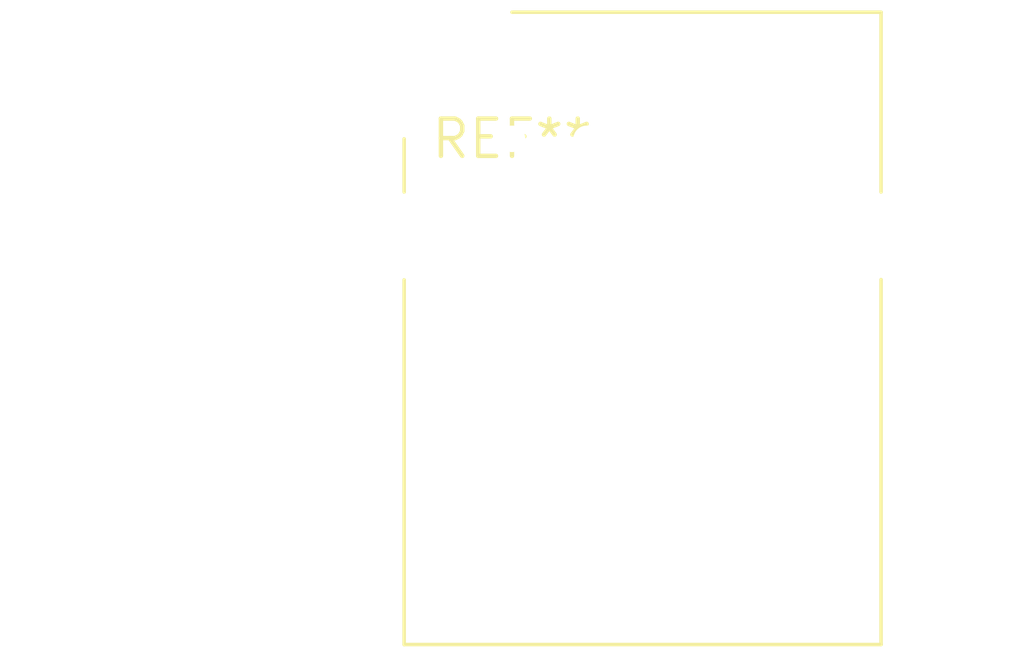
<source format=kicad_pcb>
(kicad_pcb (version 20240108) (generator pcbnew)
  (layers (0 "F.Cu" signal) (31 "B.Cu" signal) (34 "B.Paste" user) (35 "F.Paste" user) (36 "B.SilkS" user "B.Silkscreen") (37 "F.SilkS" user "F.Silkscreen") (38 "B.Mask" user) (39 "F.Mask" user) (44 "Edge.Cuts" user))
  (net 0 "")
  (footprint "RJ45_Cetus_J1B1211CCD_Horizontal" (layer "F.Cu") (at 0 0)
    (property "Reference" "REF**")
    (property "Value" "RJ45_Cetus_J1B1211CCD_Horizontal")
    (fp_line (start -3.67 0) (end -3.67 1.81) (layer "F.SilkS") (stroke (width 0.12)))
    (fp_line (start -3.67 4.8) (end -3.67 17.21) (layer "F.SilkS") (stroke (width 0.12)))
    (fp_line (start 0 -4.31) (end 12.56 -4.31) (layer "F.SilkS") (stroke (width 0.12)))
    (fp_line (start 12.56 -4.31) (end 12.56 1.81) (layer "F.SilkS") (stroke (width 0.12)))
    (fp_line (start 12.56 4.79) (end 12.56 17.21) (layer "F.SilkS") (stroke (width 0.12)))
    (fp_line (start 12.56 17.21) (end -3.67 17.21) (layer "F.SilkS") (stroke (width 0.12)))
    (pad "" np_thru_hole circle (at -1.27 6.35) (size 3.25 3.25) (drill 3.25) (layers *.Cu *.Mask))
    (pad "" np_thru_hole circle (at 10.16 6.35) (size 3.25 3.25) (drill 3.25) (layers *.Cu *.Mask))
    (pad "1" thru_hole roundrect (at 0 0) (size 1.5 1.5) (drill 0.9) (layers *.Cu *.Mask) (remove_unused_layers) (roundrect_rratio 0.167))
    (pad "2" thru_hole circle (at 1.27 -2.54) (size 1.5 1.5) (drill 0.9) (layers *.Cu *.Mask) (remove_unused_layers))
    (pad "3" thru_hole circle (at 2.54 0) (size 1.5 1.5) (drill 0.9) (layers *.Cu *.Mask) (remove_unused_layers))
    (pad "4" thru_hole circle (at 3.81 -2.54) (size 1.5 1.5) (drill 0.9) (layers *.Cu *.Mask) (remove_unused_layers))
    (pad "5" thru_hole circle (at 5.08 0) (size 1.5 1.5) (drill 0.9) (layers *.Cu *.Mask) (remove_unused_layers))
    (pad "6" thru_hole circle (at 6.35 -2.54) (size 1.5 1.5) (drill 0.9) (layers *.Cu *.Mask) (remove_unused_layers))
    (pad "7" thru_hole circle (at 7.62 0) (size 1.5 1.5) (drill 0.9) (layers *.Cu *.Mask) (remove_unused_layers))
    (pad "8" thru_hole circle (at 8.89 -2.54) (size 1.5 1.5) (drill 0.9) (layers *.Cu *.Mask) (remove_unused_layers))
    (pad "9" thru_hole circle (at -1.88 11.43) (size 1.5 1.5) (drill 1.02) (layers *.Cu *.Mask) (remove_unused_layers))
    (pad "10" thru_hole circle (at 0.66 9.73) (size 1.5 1.5) (drill 1.02) (layers *.Cu *.Mask) (remove_unused_layers))
    (pad "11" thru_hole circle (at 8.23 11.43) (size 1.5 1.5) (drill 1.02) (layers *.Cu *.Mask) (remove_unused_layers))
    (pad "12" thru_hole circle (at 10.77 9.73) (size 1.5 1.5) (drill 1.02) (layers *.Cu *.Mask) (remove_unused_layers))
    (pad "13" thru_hole circle (at -3.43 3.3) (size 2.5 2.5) (drill 1.6) (layers *.Cu *.Mask) (remove_unused_layers))
    (pad "13" thru_hole circle (at 12.32 3.3) (size 2.5 2.5) (drill 1.6) (layers *.Cu *.Mask) (remove_unused_layers))
  )
)
</source>
